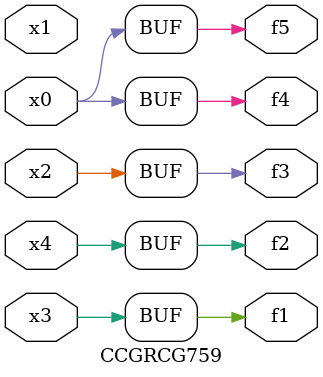
<source format=v>
module CCGRCG759(
	input x0, x1, x2, x3, x4,
	output f1, f2, f3, f4, f5
);
	assign f1 = x3;
	assign f2 = x4;
	assign f3 = x2;
	assign f4 = x0;
	assign f5 = x0;
endmodule

</source>
